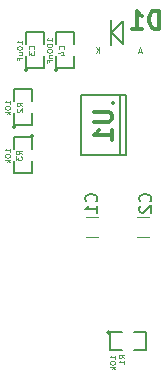
<source format=gbr>
G04 #@! TF.GenerationSoftware,KiCad,Pcbnew,(2017-02-05 revision 431abcf)-makepkg*
G04 #@! TF.CreationDate,2017-12-06T06:57:01+01:00*
G04 #@! TF.ProjectId,RTC03A,5254433033412E6B696361645F706362,REV*
G04 #@! TF.FileFunction,Legend,Bot*
G04 #@! TF.FilePolarity,Positive*
%FSLAX46Y46*%
G04 Gerber Fmt 4.6, Leading zero omitted, Abs format (unit mm)*
G04 Created by KiCad (PCBNEW (2017-02-05 revision 431abcf)-makepkg) date 12/06/17 06:57:01*
%MOMM*%
%LPD*%
G01*
G04 APERTURE LIST*
%ADD10C,0.150000*%
%ADD11C,0.120000*%
%ADD12C,0.109220*%
%ADD13C,0.304800*%
%ADD14C,0.099060*%
G04 APERTURE END LIST*
D10*
X147320000Y-131318000D02*
X146304000Y-131318000D01*
X147320000Y-132842000D02*
X147320000Y-131318000D01*
X146304000Y-132842000D02*
X147320000Y-132842000D01*
X144272000Y-132842000D02*
X145288000Y-132842000D01*
X144272000Y-131318000D02*
X144272000Y-132842000D01*
X145288000Y-131318000D02*
X144272000Y-131318000D01*
X144272000Y-131318000D02*
G75*
G03X144272000Y-131318000I-127000J0D01*
G01*
X137160000Y-105918000D02*
X137160000Y-106934000D01*
X138684000Y-105918000D02*
X137160000Y-105918000D01*
X138684000Y-106934000D02*
X138684000Y-105918000D01*
X138684000Y-108966000D02*
X138684000Y-107950000D01*
X137160000Y-108966000D02*
X138684000Y-108966000D01*
X137160000Y-107950000D02*
X137160000Y-108966000D01*
X137287000Y-109093000D02*
G75*
G03X137287000Y-109093000I-127000J0D01*
G01*
X139700000Y-105918000D02*
X139700000Y-106934000D01*
X141224000Y-105918000D02*
X139700000Y-105918000D01*
X141224000Y-106934000D02*
X141224000Y-105918000D01*
X141224000Y-108966000D02*
X141224000Y-107950000D01*
X139700000Y-108966000D02*
X141224000Y-108966000D01*
X139700000Y-107950000D02*
X139700000Y-108966000D01*
X139827000Y-109093000D02*
G75*
G03X139827000Y-109093000I-127000J0D01*
G01*
X144383760Y-104868980D02*
X144383760Y-106967020D01*
X145384520Y-106918760D02*
X144383760Y-105918000D01*
X145384520Y-104917240D02*
X145384520Y-106918760D01*
X144383760Y-105968800D02*
X145384520Y-104917240D01*
D11*
X147566000Y-123278000D02*
X146566000Y-123278000D01*
X146566000Y-121578000D02*
X147566000Y-121578000D01*
X142248000Y-121578000D02*
X143248000Y-121578000D01*
X143248000Y-123278000D02*
X142248000Y-123278000D01*
D10*
X145669000Y-116332000D02*
X141859000Y-116332000D01*
X145669000Y-111252000D02*
X141859000Y-111252000D01*
X145669000Y-111252000D02*
X145669000Y-116332000D01*
X141859000Y-111252000D02*
X141859000Y-116332000D01*
X145161000Y-111252000D02*
X145161000Y-116332000D01*
X144653000Y-111887000D02*
G75*
G03X144653000Y-111887000I-127000J0D01*
G01*
X136144000Y-110744000D02*
X136144000Y-111760000D01*
X137668000Y-110744000D02*
X136144000Y-110744000D01*
X137668000Y-111760000D02*
X137668000Y-110744000D01*
X137668000Y-113792000D02*
X137668000Y-112776000D01*
X136144000Y-113792000D02*
X137668000Y-113792000D01*
X136144000Y-112776000D02*
X136144000Y-113792000D01*
X136271000Y-113919000D02*
G75*
G03X136271000Y-113919000I-127000J0D01*
G01*
X137795000Y-114681000D02*
G75*
G03X137795000Y-114681000I-127000J0D01*
G01*
X137668000Y-115824000D02*
X137668000Y-114808000D01*
X137668000Y-114808000D02*
X136144000Y-114808000D01*
X136144000Y-114808000D02*
X136144000Y-115824000D01*
X136144000Y-116840000D02*
X136144000Y-117856000D01*
X136144000Y-117856000D02*
X137668000Y-117856000D01*
X137668000Y-117856000D02*
X137668000Y-116840000D01*
D12*
X145514362Y-133520603D02*
X145276086Y-133353810D01*
X145514362Y-133234671D02*
X145013982Y-133234671D01*
X145013982Y-133425292D01*
X145037810Y-133472948D01*
X145061637Y-133496775D01*
X145109292Y-133520603D01*
X145180775Y-133520603D01*
X145228430Y-133496775D01*
X145252258Y-133472948D01*
X145276086Y-133425292D01*
X145276086Y-133234671D01*
X145514362Y-133997155D02*
X145514362Y-133711224D01*
X145514362Y-133854190D02*
X145013982Y-133854190D01*
X145085465Y-133806534D01*
X145133120Y-133758879D01*
X145156948Y-133711224D01*
X144752362Y-133560154D02*
X144752362Y-133274223D01*
X144752362Y-133417189D02*
X144251982Y-133417189D01*
X144323465Y-133369533D01*
X144371120Y-133321878D01*
X144394948Y-133274223D01*
X144251982Y-133869913D02*
X144251982Y-133917569D01*
X144275810Y-133965224D01*
X144299637Y-133989051D01*
X144347292Y-134012879D01*
X144442603Y-134036707D01*
X144561741Y-134036707D01*
X144657051Y-134012879D01*
X144704707Y-133989051D01*
X144728534Y-133965224D01*
X144752362Y-133917569D01*
X144752362Y-133869913D01*
X144728534Y-133822258D01*
X144704707Y-133798430D01*
X144657051Y-133774603D01*
X144561741Y-133750775D01*
X144442603Y-133750775D01*
X144347292Y-133774603D01*
X144299637Y-133798430D01*
X144275810Y-133822258D01*
X144251982Y-133869913D01*
X144752362Y-134251155D02*
X144251982Y-134251155D01*
X144561741Y-134298810D02*
X144752362Y-134441776D01*
X144418775Y-134441776D02*
X144609396Y-134251155D01*
X137846707Y-107358603D02*
X137870534Y-107334775D01*
X137894362Y-107263292D01*
X137894362Y-107215637D01*
X137870534Y-107144154D01*
X137822879Y-107096499D01*
X137775224Y-107072671D01*
X137679913Y-107048844D01*
X137608430Y-107048844D01*
X137513120Y-107072671D01*
X137465465Y-107096499D01*
X137417810Y-107144154D01*
X137393982Y-107215637D01*
X137393982Y-107263292D01*
X137417810Y-107334775D01*
X137441637Y-107358603D01*
X137393982Y-107525396D02*
X137393982Y-107835155D01*
X137584603Y-107668362D01*
X137584603Y-107739845D01*
X137608430Y-107787500D01*
X137632258Y-107811328D01*
X137679913Y-107835155D01*
X137799051Y-107835155D01*
X137846707Y-107811328D01*
X137870534Y-107787500D01*
X137894362Y-107739845D01*
X137894362Y-107596879D01*
X137870534Y-107549224D01*
X137846707Y-107525396D01*
X136878362Y-106905878D02*
X136878362Y-106619947D01*
X136878362Y-106762912D02*
X136377982Y-106762912D01*
X136449465Y-106715257D01*
X136497120Y-106667602D01*
X136520948Y-106619947D01*
X136377982Y-107215637D02*
X136377982Y-107263292D01*
X136401810Y-107310948D01*
X136425637Y-107334775D01*
X136473292Y-107358603D01*
X136568603Y-107382430D01*
X136687741Y-107382430D01*
X136783051Y-107358603D01*
X136830707Y-107334775D01*
X136854534Y-107310948D01*
X136878362Y-107263292D01*
X136878362Y-107215637D01*
X136854534Y-107167982D01*
X136830707Y-107144154D01*
X136783051Y-107120327D01*
X136687741Y-107096499D01*
X136568603Y-107096499D01*
X136473292Y-107120327D01*
X136425637Y-107144154D01*
X136401810Y-107167982D01*
X136377982Y-107215637D01*
X136544775Y-107811328D02*
X136878362Y-107811328D01*
X136544775Y-107596879D02*
X136806879Y-107596879D01*
X136854534Y-107620707D01*
X136878362Y-107668362D01*
X136878362Y-107739845D01*
X136854534Y-107787500D01*
X136830707Y-107811328D01*
X136616258Y-108216397D02*
X136616258Y-108049604D01*
X136878362Y-108049604D02*
X136377982Y-108049604D01*
X136377982Y-108287880D01*
X140386707Y-107358603D02*
X140410534Y-107334775D01*
X140434362Y-107263292D01*
X140434362Y-107215637D01*
X140410534Y-107144154D01*
X140362879Y-107096499D01*
X140315224Y-107072671D01*
X140219913Y-107048844D01*
X140148430Y-107048844D01*
X140053120Y-107072671D01*
X140005465Y-107096499D01*
X139957810Y-107144154D01*
X139933982Y-107215637D01*
X139933982Y-107263292D01*
X139957810Y-107334775D01*
X139981637Y-107358603D01*
X140100775Y-107787500D02*
X140434362Y-107787500D01*
X139910154Y-107668362D02*
X140267569Y-107549224D01*
X140267569Y-107858983D01*
X139418362Y-106667602D02*
X139418362Y-106381670D01*
X139418362Y-106524636D02*
X138917982Y-106524636D01*
X138989465Y-106476981D01*
X139037120Y-106429326D01*
X139060948Y-106381670D01*
X138917982Y-106977361D02*
X138917982Y-107025016D01*
X138941810Y-107072671D01*
X138965637Y-107096499D01*
X139013292Y-107120327D01*
X139108603Y-107144154D01*
X139227741Y-107144154D01*
X139323051Y-107120327D01*
X139370707Y-107096499D01*
X139394534Y-107072671D01*
X139418362Y-107025016D01*
X139418362Y-106977361D01*
X139394534Y-106929706D01*
X139370707Y-106905878D01*
X139323051Y-106882050D01*
X139227741Y-106858223D01*
X139108603Y-106858223D01*
X139013292Y-106882050D01*
X138965637Y-106905878D01*
X138941810Y-106929706D01*
X138917982Y-106977361D01*
X138917982Y-107453913D02*
X138917982Y-107501569D01*
X138941810Y-107549224D01*
X138965637Y-107573051D01*
X139013292Y-107596879D01*
X139108603Y-107620707D01*
X139227741Y-107620707D01*
X139323051Y-107596879D01*
X139370707Y-107573051D01*
X139394534Y-107549224D01*
X139418362Y-107501569D01*
X139418362Y-107453913D01*
X139394534Y-107406258D01*
X139370707Y-107382430D01*
X139323051Y-107358603D01*
X139227741Y-107334775D01*
X139108603Y-107334775D01*
X139013292Y-107358603D01*
X138965637Y-107382430D01*
X138941810Y-107406258D01*
X138917982Y-107453913D01*
X139084775Y-107835155D02*
X139418362Y-107835155D01*
X139132430Y-107835155D02*
X139108603Y-107858983D01*
X139084775Y-107906638D01*
X139084775Y-107978121D01*
X139108603Y-108025776D01*
X139156258Y-108049604D01*
X139418362Y-108049604D01*
X139156258Y-108454673D02*
X139156258Y-108287880D01*
X139418362Y-108287880D02*
X138917982Y-108287880D01*
X138917982Y-108526156D01*
D13*
X148444857Y-105591428D02*
X148444857Y-104067428D01*
X148082000Y-104067428D01*
X147864285Y-104140000D01*
X147719142Y-104285142D01*
X147646571Y-104430285D01*
X147574000Y-104720571D01*
X147574000Y-104938285D01*
X147646571Y-105228571D01*
X147719142Y-105373714D01*
X147864285Y-105518857D01*
X148082000Y-105591428D01*
X148444857Y-105591428D01*
X146122571Y-105591428D02*
X146993428Y-105591428D01*
X146558000Y-105591428D02*
X146558000Y-104067428D01*
X146703142Y-104285142D01*
X146848285Y-104430285D01*
X146993428Y-104502857D01*
D14*
X143364191Y-107693762D02*
X143364191Y-107193382D01*
X143078260Y-107693762D02*
X143292709Y-107407830D01*
X143078260Y-107193382D02*
X143364191Y-107479313D01*
X146953998Y-107550796D02*
X146715721Y-107550796D01*
X147001653Y-107693762D02*
X146834860Y-107193382D01*
X146668066Y-107693762D01*
D10*
X147677142Y-120229333D02*
X147724761Y-120181714D01*
X147772380Y-120038857D01*
X147772380Y-119943619D01*
X147724761Y-119800761D01*
X147629523Y-119705523D01*
X147534285Y-119657904D01*
X147343809Y-119610285D01*
X147200952Y-119610285D01*
X147010476Y-119657904D01*
X146915238Y-119705523D01*
X146820000Y-119800761D01*
X146772380Y-119943619D01*
X146772380Y-120038857D01*
X146820000Y-120181714D01*
X146867619Y-120229333D01*
X146867619Y-120610285D02*
X146820000Y-120657904D01*
X146772380Y-120753142D01*
X146772380Y-120991238D01*
X146820000Y-121086476D01*
X146867619Y-121134095D01*
X146962857Y-121181714D01*
X147058095Y-121181714D01*
X147200952Y-121134095D01*
X147772380Y-120562666D01*
X147772380Y-121181714D01*
X143105142Y-120229333D02*
X143152761Y-120181714D01*
X143200380Y-120038857D01*
X143200380Y-119943619D01*
X143152761Y-119800761D01*
X143057523Y-119705523D01*
X142962285Y-119657904D01*
X142771809Y-119610285D01*
X142628952Y-119610285D01*
X142438476Y-119657904D01*
X142343238Y-119705523D01*
X142248000Y-119800761D01*
X142200380Y-119943619D01*
X142200380Y-120038857D01*
X142248000Y-120181714D01*
X142295619Y-120229333D01*
X143200380Y-121181714D02*
X143200380Y-120610285D01*
X143200380Y-120896000D02*
X142200380Y-120896000D01*
X142343238Y-120800761D01*
X142438476Y-120705523D01*
X142486095Y-120610285D01*
D13*
X142929428Y-112630857D02*
X144163142Y-112630857D01*
X144308285Y-112703428D01*
X144380857Y-112776000D01*
X144453428Y-112921142D01*
X144453428Y-113211428D01*
X144380857Y-113356571D01*
X144308285Y-113429142D01*
X144163142Y-113501714D01*
X142929428Y-113501714D01*
X144453428Y-115025714D02*
X144453428Y-114154857D01*
X144453428Y-114590285D02*
X142929428Y-114590285D01*
X143147142Y-114445142D01*
X143292285Y-114300000D01*
X143364857Y-114154857D01*
D12*
X136878362Y-112184603D02*
X136640086Y-112017810D01*
X136878362Y-111898671D02*
X136377982Y-111898671D01*
X136377982Y-112089292D01*
X136401810Y-112136948D01*
X136425637Y-112160775D01*
X136473292Y-112184603D01*
X136544775Y-112184603D01*
X136592430Y-112160775D01*
X136616258Y-112136948D01*
X136640086Y-112089292D01*
X136640086Y-111898671D01*
X136425637Y-112375224D02*
X136401810Y-112399051D01*
X136377982Y-112446707D01*
X136377982Y-112565845D01*
X136401810Y-112613500D01*
X136425637Y-112637328D01*
X136473292Y-112661155D01*
X136520948Y-112661155D01*
X136592430Y-112637328D01*
X136878362Y-112351396D01*
X136878362Y-112661155D01*
X135862362Y-111970154D02*
X135862362Y-111684223D01*
X135862362Y-111827189D02*
X135361982Y-111827189D01*
X135433465Y-111779533D01*
X135481120Y-111731878D01*
X135504948Y-111684223D01*
X135361982Y-112279913D02*
X135361982Y-112327569D01*
X135385810Y-112375224D01*
X135409637Y-112399051D01*
X135457292Y-112422879D01*
X135552603Y-112446707D01*
X135671741Y-112446707D01*
X135767051Y-112422879D01*
X135814707Y-112399051D01*
X135838534Y-112375224D01*
X135862362Y-112327569D01*
X135862362Y-112279913D01*
X135838534Y-112232258D01*
X135814707Y-112208430D01*
X135767051Y-112184603D01*
X135671741Y-112160775D01*
X135552603Y-112160775D01*
X135457292Y-112184603D01*
X135409637Y-112208430D01*
X135385810Y-112232258D01*
X135361982Y-112279913D01*
X135862362Y-112661155D02*
X135361982Y-112661155D01*
X135671741Y-112708810D02*
X135862362Y-112851776D01*
X135528775Y-112851776D02*
X135719396Y-112661155D01*
X136814862Y-116248603D02*
X136576586Y-116081810D01*
X136814862Y-115962671D02*
X136314482Y-115962671D01*
X136314482Y-116153292D01*
X136338310Y-116200948D01*
X136362137Y-116224775D01*
X136409792Y-116248603D01*
X136481275Y-116248603D01*
X136528930Y-116224775D01*
X136552758Y-116200948D01*
X136576586Y-116153292D01*
X136576586Y-115962671D01*
X136314482Y-116415396D02*
X136314482Y-116725155D01*
X136505103Y-116558362D01*
X136505103Y-116629845D01*
X136528930Y-116677500D01*
X136552758Y-116701328D01*
X136600413Y-116725155D01*
X136719551Y-116725155D01*
X136767207Y-116701328D01*
X136791034Y-116677500D01*
X136814862Y-116629845D01*
X136814862Y-116486879D01*
X136791034Y-116439224D01*
X136767207Y-116415396D01*
X135862362Y-116034154D02*
X135862362Y-115748223D01*
X135862362Y-115891189D02*
X135361982Y-115891189D01*
X135433465Y-115843533D01*
X135481120Y-115795878D01*
X135504948Y-115748223D01*
X135361982Y-116343913D02*
X135361982Y-116391569D01*
X135385810Y-116439224D01*
X135409637Y-116463051D01*
X135457292Y-116486879D01*
X135552603Y-116510707D01*
X135671741Y-116510707D01*
X135767051Y-116486879D01*
X135814707Y-116463051D01*
X135838534Y-116439224D01*
X135862362Y-116391569D01*
X135862362Y-116343913D01*
X135838534Y-116296258D01*
X135814707Y-116272430D01*
X135767051Y-116248603D01*
X135671741Y-116224775D01*
X135552603Y-116224775D01*
X135457292Y-116248603D01*
X135409637Y-116272430D01*
X135385810Y-116296258D01*
X135361982Y-116343913D01*
X135862362Y-116725155D02*
X135361982Y-116725155D01*
X135671741Y-116772810D02*
X135862362Y-116915776D01*
X135528775Y-116915776D02*
X135719396Y-116725155D01*
M02*

</source>
